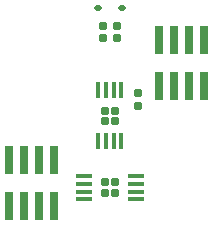
<source format=gbr>
G04 #@! TF.GenerationSoftware,KiCad,Pcbnew,9.0.3*
G04 #@! TF.CreationDate,2025-08-06T23:44:27+02:00*
G04 #@! TF.ProjectId,MADC,4d414443-2e6b-4696-9361-645f70636258,rev?*
G04 #@! TF.SameCoordinates,Original*
G04 #@! TF.FileFunction,Paste,Bot*
G04 #@! TF.FilePolarity,Positive*
%FSLAX46Y46*%
G04 Gerber Fmt 4.6, Leading zero omitted, Abs format (unit mm)*
G04 Created by KiCad (PCBNEW 9.0.3) date 2025-08-06 23:44:27*
%MOMM*%
%LPD*%
G01*
G04 APERTURE LIST*
G04 Aperture macros list*
%AMRoundRect*
0 Rectangle with rounded corners*
0 $1 Rounding radius*
0 $2 $3 $4 $5 $6 $7 $8 $9 X,Y pos of 4 corners*
0 Add a 4 corners polygon primitive as box body*
4,1,4,$2,$3,$4,$5,$6,$7,$8,$9,$2,$3,0*
0 Add four circle primitives for the rounded corners*
1,1,$1+$1,$2,$3*
1,1,$1+$1,$4,$5*
1,1,$1+$1,$6,$7*
1,1,$1+$1,$8,$9*
0 Add four rect primitives between the rounded corners*
20,1,$1+$1,$2,$3,$4,$5,0*
20,1,$1+$1,$4,$5,$6,$7,0*
20,1,$1+$1,$6,$7,$8,$9,0*
20,1,$1+$1,$8,$9,$2,$3,0*%
G04 Aperture macros list end*
%ADD10RoundRect,0.112500X-0.187500X-0.112500X0.187500X-0.112500X0.187500X0.112500X-0.187500X0.112500X0*%
%ADD11RoundRect,0.155000X0.212500X0.155000X-0.212500X0.155000X-0.212500X-0.155000X0.212500X-0.155000X0*%
%ADD12RoundRect,0.160000X0.197500X0.160000X-0.197500X0.160000X-0.197500X-0.160000X0.197500X-0.160000X0*%
%ADD13RoundRect,0.175000X0.200000X-0.175000X0.200000X0.175000X-0.200000X0.175000X-0.200000X-0.175000X0*%
%ADD14RoundRect,0.100000X0.100000X-0.612500X0.100000X0.612500X-0.100000X0.612500X-0.100000X-0.612500X0*%
%ADD15R,0.740000X2.400000*%
%ADD16RoundRect,0.175000X0.175000X0.200000X-0.175000X0.200000X-0.175000X-0.200000X0.175000X-0.200000X0*%
%ADD17RoundRect,0.100000X0.612500X0.100000X-0.612500X0.100000X-0.612500X-0.100000X0.612500X-0.100000X0*%
%ADD18RoundRect,0.155000X0.155000X-0.212500X0.155000X0.212500X-0.155000X0.212500X-0.155000X-0.212500X0*%
G04 APERTURE END LIST*
D10*
G04 #@! TO.C,D2*
X142714000Y-84201000D03*
X144814000Y-84201000D03*
G04 #@! TD*
D11*
G04 #@! TO.C,C14*
X144331500Y-85725000D03*
X143196500Y-85725000D03*
G04 #@! TD*
D12*
G04 #@! TO.C,R4*
X144361500Y-86741000D03*
X143166500Y-86741000D03*
G04 #@! TD*
D13*
G04 #@! TO.C,RN1*
X143304000Y-93775000D03*
X144224000Y-93775000D03*
X143304000Y-92915000D03*
X144224000Y-92915000D03*
D14*
X144739000Y-95507500D03*
X144089000Y-95507500D03*
X143439000Y-95507500D03*
X142789000Y-95507500D03*
X142789000Y-91182500D03*
X143439000Y-91182500D03*
X144089000Y-91182500D03*
X144739000Y-91182500D03*
G04 #@! TD*
D15*
G04 #@! TO.C,J1*
X151765000Y-90850000D03*
X151765000Y-86950000D03*
X150495000Y-90850000D03*
X150495000Y-86950000D03*
X149225000Y-90850000D03*
X149225000Y-86950000D03*
X147955000Y-90850000D03*
X147955000Y-86950000D03*
G04 #@! TD*
G04 #@! TO.C,J2*
X135255000Y-97110000D03*
X135255000Y-101010000D03*
X136525000Y-97110000D03*
X136525000Y-101010000D03*
X137795000Y-97110000D03*
X137795000Y-101010000D03*
X139065000Y-97110000D03*
X139065000Y-101010000D03*
G04 #@! TD*
D16*
G04 #@! TO.C,RN2*
X144194000Y-99901000D03*
X144194000Y-98981000D03*
X143334000Y-99901000D03*
X143334000Y-98981000D03*
D17*
X145926500Y-98466000D03*
X145926500Y-99116000D03*
X145926500Y-99766000D03*
X145926500Y-100416000D03*
X141601500Y-100416000D03*
X141601500Y-99766000D03*
X141601500Y-99116000D03*
X141601500Y-98466000D03*
G04 #@! TD*
D18*
G04 #@! TO.C,C5*
X146177000Y-92515500D03*
X146177000Y-91380500D03*
G04 #@! TD*
M02*

</source>
